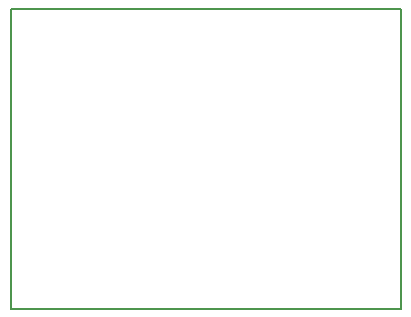
<source format=gm1>
G04 #@! TF.FileFunction,Profile,NP*
%FSLAX46Y46*%
G04 Gerber Fmt 4.6, Leading zero omitted, Abs format (unit mm)*
G04 Created by KiCad (PCBNEW 4.0.7-e2-6376~58~ubuntu16.04.1) date Tue Nov  7 21:50:16 2017*
%MOMM*%
%LPD*%
G01*
G04 APERTURE LIST*
%ADD10C,0.100000*%
%ADD11C,0.150000*%
G04 APERTURE END LIST*
D10*
D11*
X167640000Y-142240000D02*
X167640000Y-116840000D01*
X200660000Y-142240000D02*
X167640000Y-142240000D01*
X200660000Y-116840000D02*
X200660000Y-142240000D01*
X167640000Y-116840000D02*
X200660000Y-116840000D01*
M02*

</source>
